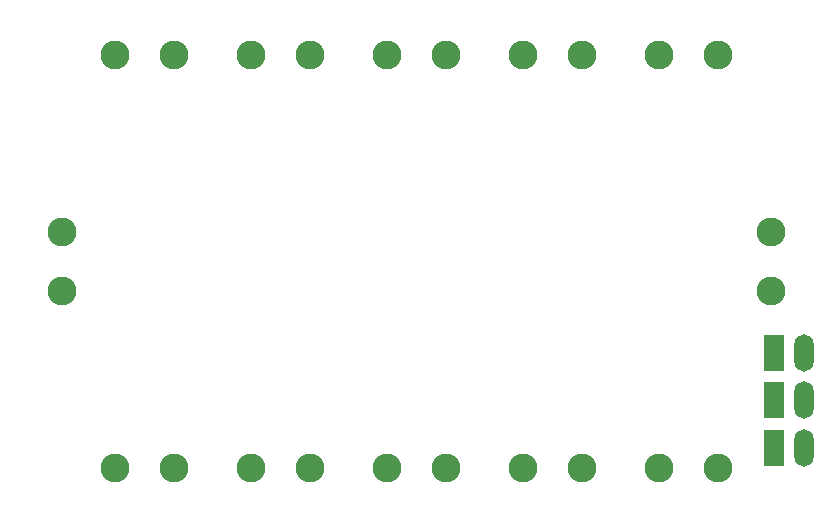
<source format=gbs>
G04*
G04 #@! TF.GenerationSoftware,Altium Limited,Altium Designer,21.9.2 (33)*
G04*
G04 Layer_Color=16711935*
%FSLAX25Y25*%
%MOIN*%
G70*
G04*
G04 #@! TF.SameCoordinates,F924B2C3-1D75-45BD-9772-218C77F4F8C2*
G04*
G04*
G04 #@! TF.FilePolarity,Negative*
G04*
G01*
G75*
%ADD48R,0.06528X0.12465*%
%ADD49O,0.06528X0.12465*%
%ADD50C,0.00591*%
%ADD51C,0.09646*%
D48*
X266772Y36220D02*
D03*
X266732Y52165D02*
D03*
Y67913D02*
D03*
D49*
X276772Y36220D02*
D03*
X276732Y52165D02*
D03*
Y67913D02*
D03*
D50*
X279528Y15748D02*
D03*
X15748D02*
D03*
X279528Y181102D02*
D03*
X15748D02*
D03*
D51*
X265748Y108268D02*
D03*
Y88583D02*
D03*
X202756Y167323D02*
D03*
X183071D02*
D03*
X228346D02*
D03*
X248031D02*
D03*
X228346Y29528D02*
D03*
X248031D02*
D03*
X112205D02*
D03*
X66929D02*
D03*
X47244D02*
D03*
X92520D02*
D03*
X137795Y167323D02*
D03*
X157480D02*
D03*
X47244D02*
D03*
X66929D02*
D03*
X137795Y29528D02*
D03*
X157480D02*
D03*
X112205Y167323D02*
D03*
X92520D02*
D03*
X183071Y29528D02*
D03*
X202756D02*
D03*
X29528Y88583D02*
D03*
Y108268D02*
D03*
M02*

</source>
